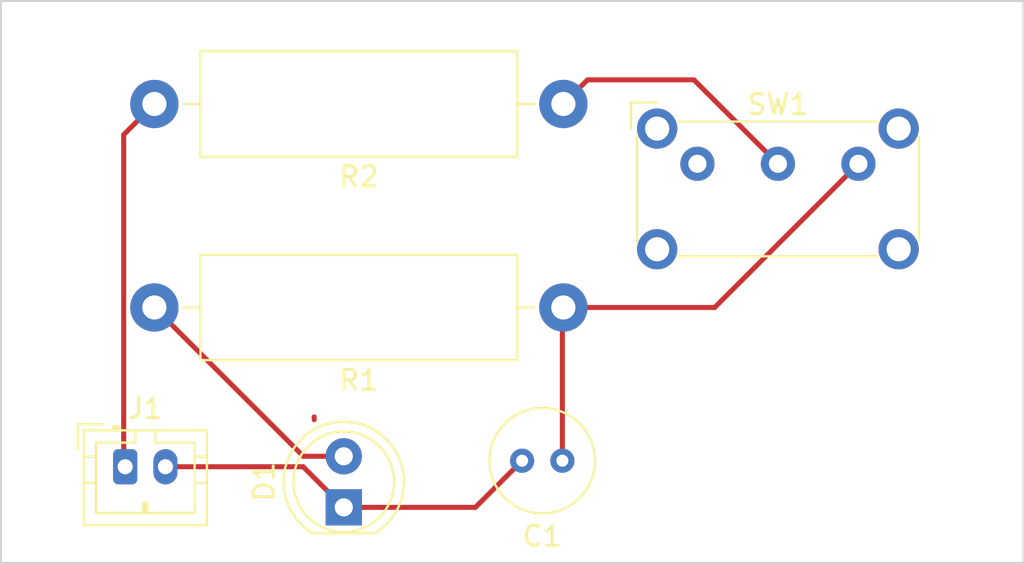
<source format=kicad_pcb>
(kicad_pcb (version 20211014) (generator pcbnew)
  (layers (0 "F.Cu" signal) (31 "B.Cu" signal) (34 "B.Paste" user) (35 "F.Paste" user) (36 "B.SilkS" user "B.Silkscreen") (37 "F.SilkS" user "F.Silkscreen") (38 "B.Mask" user) (39 "F.Mask" user) (44 "Edge.Cuts" user))
  (net 0 "")
  (net 1 "Net-(C1-Pad1)")
  (net 2 "GND")
  (net 3 "Net-(D1-Pad2)")
  (net 4 "+9V")
  (net 5 "Net-(R2-Pad1)")
  (footprint "Resistor_THT:R_Axial_DIN0516_L15.5mm_D5.0mm_P20.32mm_Horizontal" (layer "F.Cu") (at 147.32 88.9 180)
    (fp_text reference "R1" (at 10.16 -3.62) (layer "F.SilkS"))
    (fp_text value "20k")
    (fp_line (start 18.88 0) (end 18.03 0) (layer "F.SilkS") (width 0.12))
    (fp_line (start 18.03 -2.62) (end 2.29 -2.62) (layer "F.SilkS") (width 0.12))
    (fp_line (start 18.03 2.62) (end 18.03 -2.62) (layer "F.SilkS") (width 0.12))
    (fp_line (start 1.44 0) (end 2.29 0) (layer "F.SilkS") (width 0.12))
    (fp_line (start 2.29 2.62) (end 18.03 2.62) (layer "F.SilkS") (width 0.12))
    (fp_line (start 2.29 -2.62) (end 2.29 2.62) (layer "F.SilkS") (width 0.12))
    (pad "1" thru_hole circle (at 0 0 180) (size 2.4 2.4) (drill 1.2) (layers *.Cu *.Mask) (net 1 "Net-(C1-Pad1)"))
    (pad "2" thru_hole oval (at 20.32 0 180) (size 2.4 2.4) (drill 1.2) (layers *.Cu *.Mask) (net 3 "Net-(D1-Pad2)"))
  )
  (footprint "Button_Switch_THT:SW_E-Switch_EG1224_SPDT_Angled" (layer "F.Cu") (at 153.98 81.755)
    (fp_text reference "SW1" (at 4 -2.95) (layer "F.SilkS"))
    (fp_text value "SW_SPDT")
    (fp_line (start 8.95 4.6) (end -0.95 4.6) (layer "F.SilkS") (width 0.12))
    (fp_line (start -3.3 -1.75) (end -3.3 -3.05) (layer "F.SilkS") (width 0.12))
    (fp_line (start -0.95 -2.1) (end 8.95 -2.1) (layer "F.SilkS") (width 0.12))
    (fp_line (start 11 -1.35) (end 11 3.85) (layer "F.SilkS") (width 0.12))
    (fp_line (start -3.3 -3.05) (end -2 -3.05) (layer "F.SilkS") (width 0.12))
    (fp_line (start -3 3.85) (end -3 -1.35) (layer "F.SilkS") (width 0.12))
    (pad "" thru_hole circle (at 10 4.25) (size 2 2) (drill 1.2) (layers *.Cu *.Mask))
    (pad "" thru_hole circle (at -2 4.25) (size 2 2) (drill 1.2) (layers *.Cu *.Mask))
    (pad "" thru_hole circle (at -2 -1.75) (size 2 2) (drill 1.2) (layers *.Cu *.Mask))
    (pad "" thru_hole circle (at 10 -1.75) (size 2 2) (drill 1.2) (layers *.Cu *.Mask))
    (pad "1" thru_hole circle (at 0 0) (size 1.7 1.7) (drill 0.9) (layers *.Cu *.Mask))
    (pad "2" thru_hole circle (at 4 0) (size 1.7 1.7) (drill 0.9) (layers *.Cu *.Mask) (net 5 "Net-(R2-Pad1)"))
    (pad "3" thru_hole circle (at 8 0) (size 1.7 1.7) (drill 0.9) (layers *.Cu *.Mask) (net 1 "Net-(C1-Pad1)"))
  )
  (footprint "Resistor_THT:R_Axial_DIN0516_L15.5mm_D5.0mm_P20.32mm_Horizontal" (layer "F.Cu") (at 147.32 78.78 180)
    (fp_text reference "R2" (at 10.16 -3.62) (layer "F.SilkS"))
    (fp_text value "2.2k")
    (fp_line (start 18.03 -2.62) (end 2.29 -2.62) (layer "F.SilkS") (width 0.12))
    (fp_line (start 1.44 0) (end 2.29 0) (layer "F.SilkS") (width 0.12))
    (fp_line (start 18.03 2.62) (end 18.03 -2.62) (layer "F.SilkS") (width 0.12))
    (fp_line (start 2.29 -2.62) (end 2.29 2.62) (layer "F.SilkS") (width 0.12))
    (fp_line (start 18.88 0) (end 18.03 0) (layer "F.SilkS") (width 0.12))
    (fp_line (start 2.29 2.62) (end 18.03 2.62) (layer "F.SilkS") (width 0.12))
    (pad "1" thru_hole circle (at 0 0 180) (size 2.4 2.4) (drill 1.2) (layers *.Cu *.Mask) (net 5 "Net-(R2-Pad1)"))
    (pad "2" thru_hole oval (at 20.32 0 180) (size 2.4 2.4) (drill 1.2) (layers *.Cu *.Mask) (net 4 "+9V"))
  )
  (footprint "LED_THT:LED_D5.0mm" (layer "F.Cu") (at 136.409666 98.840016 90)
    (fp_text reference "D1" (at 1.27 -3.96 90) (layer "F.SilkS"))
    (fp_text value "LED")
    (fp_line (start -1.29 -1.545) (end -1.29 1.545) (layer "F.SilkS") (width 0.12))
    (fp_arc (start -1.29 -1.54483) (mid 2.072002 -2.880433) (end 4.26 0.000462) (layer "F.SilkS") (width 0.12))
    (fp_arc (start 4.26 -0.000462) (mid 2.072002 2.880433) (end -1.29 1.54483) (layer "F.SilkS") (width 0.12))
    (fp_circle (center 1.27 0) (end 3.77 0) (layer "F.SilkS") (width 0.12) (fill none))
    (pad "1" thru_hole rect (at 0 0 90) (size 1.8 1.8) (drill 0.9) (layers *.Cu *.Mask) (net 2 "GND"))
    (pad "2" thru_hole circle (at 2.54 0 90) (size 1.8 1.8) (drill 0.9) (layers *.Cu *.Mask) (net 3 "Net-(D1-Pad2)"))
  )
  (footprint "Capacitor_THT:C_Radial_D5.0mm_H5.0mm_P2.00mm" (layer "F.Cu") (at 147.27 96.52 180)
    (fp_text reference "C1" (at 1 -3.75) (layer "F.SilkS"))
    (fp_text value "4.7uF")
    (fp_circle (center 1 0) (end 3.62 0) (layer "F.SilkS") (width 0.12) (fill none))
    (pad "1" thru_hole circle (at 0 0 180) (size 1.2 1.2) (drill 0.6) (layers *.Cu *.Mask) (net 1 "Net-(C1-Pad1)"))
    (pad "2" thru_hole circle (at 2 0 180) (size 1.2 1.2) (drill 0.6) (layers *.Cu *.Mask) (net 2 "GND"))
  )
  (footprint "Connector_JST:JST_PH_B2B-PH-K_1x02_P2.00mm_Vertical" (layer "F.Cu") (at 125.55 96.82)
    (fp_text reference "J1" (at 1 -2.9) (layer "F.SilkS"))
    (fp_text value "Conn_01x02_Male")
    (fp_line (start 0.5 -1.2) (end -1.45 -1.2) (layer "F.SilkS") (width 0.12))
    (fp_line (start -2.06 -1.81) (end -2.06 2.91) (layer "F.SilkS") (width 0.12))
    (fp_line (start 0.9 2.3) (end 0.9 1.8) (layer "F.SilkS") (width 0.12))
    (fp_line (start 0.5 -1.81) (end 0.5 -1.2) (layer "F.SilkS") (width 0.12))
    (fp_line (start 3.45 -1.2) (end 1.5 -1.2) (layer "F.SilkS") (width 0.12))
    (fp_line (start -2.36 -2.11) (end -2.36 -0.86) (layer "F.SilkS") (width 0.12))
    (fp_line (start 1 2.3) (end 1 1.8) (layer "F.SilkS") (width 0.12))
    (fp_line (start -0.3 -1.81) (end -0.3 -2.01) (layer "F.SilkS") (width 0.12))
    (fp_line (start 3.45 2.3) (end 3.45 -1.2) (layer "F.SilkS") (width 0.12))
    (fp_line (start -2.06 2.91) (end 4.06 2.91) (layer "F.SilkS") (width 0.12))
    (fp_line (start 4.06 0.8) (end 3.45 0.8) (layer "F.SilkS") (width 0.12))
    (fp_line (start -0.6 -2.01) (end -0.6 -1.81) (layer "F.SilkS") (width 0.12))
    (fp_line (start -2.06 0.8) (end -1.45 0.8) (layer "F.SilkS") (width 0.12))
    (fp_line (start -0.3 -2.01) (end -0.6 -2.01) (layer "F.SilkS") (width 0.12))
    (fp_line (start -1.11 -2.11) (end -2.36 -2.11) (layer "F.SilkS") (width 0.12))
    (fp_line (start 1.5 -1.2) (end 1.5 -1.81) (layer "F.SilkS") (width 0.12))
    (fp_line (start 4.06 2.91) (end 4.06 -1.81) (layer "F.SilkS") (width 0.12))
    (fp_line (start -0.3 -1.91) (end -0.6 -1.91) (layer "F.SilkS") (width 0.12))
    (fp_line (start 4.06 -1.81) (end -2.06 -1.81) (layer "F.SilkS") (width 0.12))
    (fp_line (start 0.9 1.8) (end 1.1 1.8) (layer "F.SilkS") (width 0.12))
    (fp_line (start -1.45 2.3) (end 3.45 2.3) (layer "F.SilkS") (width 0.12))
    (fp_line (start -1.45 -1.2) (end -1.45 2.3) (layer "F.SilkS") (width 0.12))
    (fp_line (start 4.06 -0.5) (end 3.45 -0.5) (layer "F.SilkS") (width 0.12))
    (fp_line (start 1.1 1.8) (end 1.1 2.3) (layer "F.SilkS") (width 0.12))
    (fp_line (start -2.06 -0.5) (end -1.45 -0.5) (layer "F.SilkS") (width 0.12))
    (pad "1" thru_hole roundrect (at 0 0) (size 1.2 1.75) (drill 0.75) (layers *.Cu *.Mask) (roundrect_rratio 0.2083333333) (net 4 "+9V"))
    (pad "2" thru_hole oval (at 2 0) (size 1.2 1.75) (drill 0.75) (layers *.Cu *.Mask) (net 2 "GND"))
  )
  (gr_rect (start 119.38 73.66) (end 170.18 101.6) (layer "Edge.Cuts") (width 0.1) (fill none))
  (segment (start 147.27 96.52) (end 147.27 88.95) (width 0.25) (layer "F.Cu") (net 1))
  (segment (start 161.98 81.755) (end 154.835 88.9) (width 0.25) (layer "F.Cu") (net 1))
  (segment (start 147.27 88.95) (end 147.32 88.9) (width 0.25) (layer "F.Cu") (net 1))
  (segment (start 154.835 88.9) (end 147.32 88.9) (width 0.25) (layer "F.Cu") (net 1))
  (segment (start 145.27 96.52) (end 142.949984 98.840016) (width 0.25) (layer "F.Cu") (net 2))
  (segment (start 134.38965 96.82) (end 136.409666 98.840016) (width 0.25) (layer "F.Cu") (net 2))
  (segment (start 127.55 96.82) (end 134.38965 96.82) (width 0.25) (layer "F.Cu") (net 2))
  (segment (start 142.949984 98.840016) (end 136.409666 98.840016) (width 0.25) (layer "F.Cu") (net 2))
  (segment (start 134.400016 96.300016) (end 136.409666 96.300016) (width 0.25) (layer "F.Cu") (net 3))
  (segment (start 134.94 94.34) (end 134.94 94.48) (width 0.25) (layer "F.Cu") (net 3))
  (segment (start 127 88.9) (end 134.400016 96.300016) (width 0.25) (layer "F.Cu") (net 3))
  (segment (start 125.475 96.745) (end 125.55 96.82) (width 0.25) (layer "F.Cu") (net 4))
  (segment (start 125.475 80.305) (end 125.475 96.745) (width 0.25) (layer "F.Cu") (net 4))
  (segment (start 127 78.78) (end 125.475 80.305) (width 0.25) (layer "F.Cu") (net 4))
  (segment (start 153.805 77.58) (end 157.98 81.755) (width 0.25) (layer "F.Cu") (net 5))
  (segment (start 148.52 77.58) (end 153.805 77.58) (width 0.25) (layer "F.Cu") (net 5))
  (segment (start 147.32 78.78) (end 148.52 77.58) (width 0.25) (layer "F.Cu") (net 5))
)
</source>
